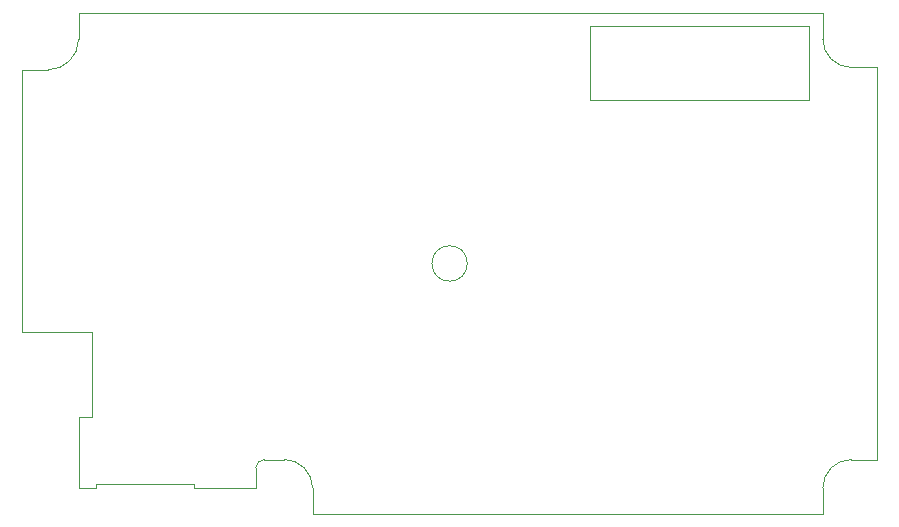
<source format=gm1>
G04 #@! TF.GenerationSoftware,KiCad,Pcbnew,9.0.2*
G04 #@! TF.CreationDate,2025-06-18T11:41:48+09:00*
G04 #@! TF.ProjectId,Work,576f726b-2e6b-4696-9361-645f70636258,rev?*
G04 #@! TF.SameCoordinates,PX4cc5520PY8e93060*
G04 #@! TF.FileFunction,Profile,NP*
%FSLAX46Y46*%
G04 Gerber Fmt 4.6, Leading zero omitted, Abs format (unit mm)*
G04 Created by KiCad (PCBNEW 9.0.2) date 2025-06-18 11:41:48*
%MOMM*%
%LPD*%
G01*
G04 APERTURE LIST*
G04 #@! TA.AperFunction,Profile*
%ADD10C,0.100000*%
G04 #@! TD*
G04 #@! TA.AperFunction,Profile*
%ADD11C,0.050000*%
G04 #@! TD*
G04 APERTURE END LIST*
D10*
X7000000Y3000000D02*
X15300000Y3000000D01*
X70900000Y38300000D02*
X73100000Y38300000D01*
X700000Y15900000D02*
X6600000Y15900000D01*
X68500000Y2700000D02*
G75*
G02*
X70900000Y5100000I2400000J0D01*
G01*
X68500000Y40700000D02*
X68500000Y42900000D01*
X5500000Y2700000D02*
X5500000Y8700000D01*
X73100000Y38300000D02*
X73100000Y5100000D01*
X7000000Y2700000D02*
X5500000Y2700000D01*
D11*
X48800000Y41800000D02*
X67300000Y41800000D01*
X67300000Y35500000D01*
X48800000Y35500000D01*
X48800000Y41800000D01*
D10*
X68500000Y42900000D02*
X5500000Y42900000D01*
X38400000Y21700000D02*
G75*
G02*
X35400000Y21700000I-1500000J0D01*
G01*
X35400000Y21700000D02*
G75*
G02*
X38400000Y21700000I1500000J0D01*
G01*
X68500000Y2700000D02*
X68500000Y500000D01*
X15300000Y3000000D02*
X15300000Y2700000D01*
X70900000Y38300000D02*
G75*
G02*
X68500000Y40700000I0J2400000D01*
G01*
X70900000Y5100000D02*
X73100000Y5100000D01*
X700000Y38100000D02*
X700000Y15900000D01*
X68500000Y500000D02*
X25300000Y500000D01*
X6600000Y8700000D02*
X5500000Y8700000D01*
X5500000Y40700000D02*
G75*
G02*
X2900000Y38100000I-2600000J0D01*
G01*
X25300000Y2700000D02*
X25300000Y500000D01*
X7000000Y2700000D02*
X7000000Y3000000D01*
X5500000Y40700000D02*
X5500000Y42900000D01*
X22900000Y5100000D02*
G75*
G02*
X25300000Y2700000I0J-2400000D01*
G01*
X20500000Y4400000D02*
G75*
G02*
X21200000Y5100000I700000J0D01*
G01*
X20500000Y2700000D02*
X20500000Y4400000D01*
X20500000Y2700000D02*
X15300000Y2700000D01*
X2900000Y38100000D02*
X700000Y38100000D01*
X6600000Y15900000D02*
X6600000Y8700000D01*
X22900000Y5100000D02*
X21200000Y5100000D01*
M02*

</source>
